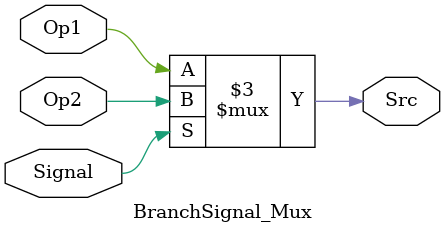
<source format=v>
module BranchSignal_Mux (Src, Op1, Op2, Signal);

// input 
	input Op1, Op2, Signal;
	
// output
	output reg Src;
	
	always @(*)
		begin
			if(Signal)
				Src <= Op2;
			else 
				Src <= Op1;
		end
endmodule

</source>
